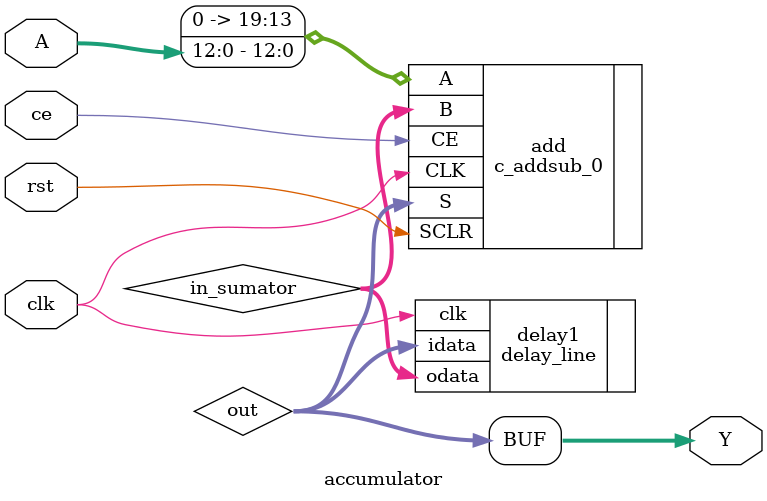
<source format=v>
`timescale 1ns / 1ps


module accumulator(
    input clk,
    input rst,
    input ce,
    input [12:0] A,
    output [19:0] Y
);
    
wire [19:0] out;
wire [19:0] in_sumator;

c_addsub_0 add(
    .A({7'b0,A}), 
    .B(in_sumator), 
    .CLK(clk),
    .CE(ce), 
    .SCLR(rst),
    .S(out)
);

delay_line #(
    .N(20),
    .DELAY(0)
    ) delay1 (
    .clk(clk),
    .idata(out),
    .odata(in_sumator)
);

assign Y = out;
 
endmodule

</source>
